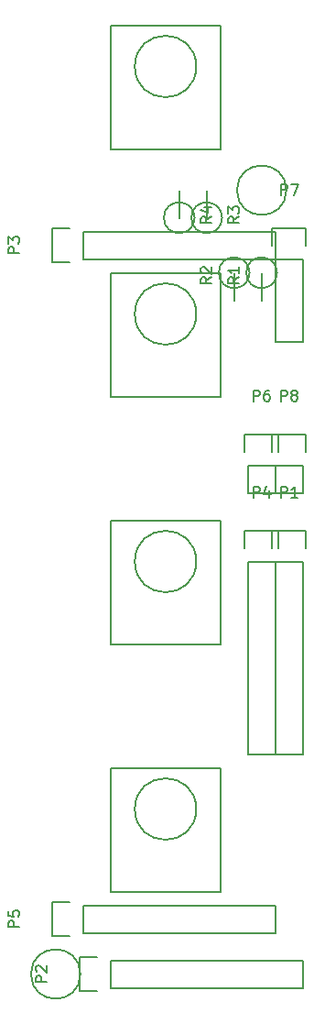
<source format=gbr>
G04 #@! TF.FileFunction,Legend,Top*
%FSLAX46Y46*%
G04 Gerber Fmt 4.6, Leading zero omitted, Abs format (unit mm)*
G04 Created by KiCad (PCBNEW 4.0.2+dfsg1-2~bpo8+1-stable) date Mon 04 Sep 2017 01:59:48 PM EEST*
%MOMM*%
G01*
G04 APERTURE LIST*
%ADD10C,0.050000*%
%ADD11C,0.150000*%
G04 APERTURE END LIST*
D10*
D11*
X148590000Y-100330000D02*
X148590000Y-118110000D01*
X148590000Y-118110000D02*
X146050000Y-118110000D01*
X146050000Y-118110000D02*
X146050000Y-100330000D01*
X148870000Y-97510000D02*
X148870000Y-99060000D01*
X148590000Y-100330000D02*
X146050000Y-100330000D01*
X145770000Y-99060000D02*
X145770000Y-97510000D01*
X145770000Y-97510000D02*
X148870000Y-97510000D01*
X130810000Y-137160000D02*
X148590000Y-137160000D01*
X148590000Y-137160000D02*
X148590000Y-139700000D01*
X148590000Y-139700000D02*
X130810000Y-139700000D01*
X127990000Y-136880000D02*
X129540000Y-136880000D01*
X130810000Y-137160000D02*
X130810000Y-139700000D01*
X129540000Y-139980000D02*
X127990000Y-139980000D01*
X127990000Y-139980000D02*
X127990000Y-136880000D01*
X128270000Y-69850000D02*
X146050000Y-69850000D01*
X146050000Y-69850000D02*
X146050000Y-72390000D01*
X146050000Y-72390000D02*
X128270000Y-72390000D01*
X125450000Y-69570000D02*
X127000000Y-69570000D01*
X128270000Y-69850000D02*
X128270000Y-72390000D01*
X127000000Y-72670000D02*
X125450000Y-72670000D01*
X125450000Y-72670000D02*
X125450000Y-69570000D01*
X146050000Y-100330000D02*
X146050000Y-118110000D01*
X146050000Y-118110000D02*
X143510000Y-118110000D01*
X143510000Y-118110000D02*
X143510000Y-100330000D01*
X146330000Y-97510000D02*
X146330000Y-99060000D01*
X146050000Y-100330000D02*
X143510000Y-100330000D01*
X143230000Y-99060000D02*
X143230000Y-97510000D01*
X143230000Y-97510000D02*
X146330000Y-97510000D01*
X128270000Y-132080000D02*
X146050000Y-132080000D01*
X146050000Y-132080000D02*
X146050000Y-134620000D01*
X146050000Y-134620000D02*
X128270000Y-134620000D01*
X125450000Y-131800000D02*
X127000000Y-131800000D01*
X128270000Y-132080000D02*
X128270000Y-134620000D01*
X127000000Y-134900000D02*
X125450000Y-134900000D01*
X125450000Y-134900000D02*
X125450000Y-131800000D01*
X146050000Y-91440000D02*
X146050000Y-93980000D01*
X146330000Y-88620000D02*
X146330000Y-90170000D01*
X146050000Y-91440000D02*
X143510000Y-91440000D01*
X143230000Y-90170000D02*
X143230000Y-88620000D01*
X143230000Y-88620000D02*
X146330000Y-88620000D01*
X143510000Y-91440000D02*
X143510000Y-93980000D01*
X143510000Y-93980000D02*
X146050000Y-93980000D01*
X146050000Y-72390000D02*
X146050000Y-80010000D01*
X148590000Y-72390000D02*
X148590000Y-80010000D01*
X148870000Y-69570000D02*
X148870000Y-71120000D01*
X146050000Y-80010000D02*
X148590000Y-80010000D01*
X148590000Y-72390000D02*
X146050000Y-72390000D01*
X145770000Y-71120000D02*
X145770000Y-69570000D01*
X145770000Y-69570000D02*
X148870000Y-69570000D01*
X148590000Y-91440000D02*
X148590000Y-93980000D01*
X148870000Y-88620000D02*
X148870000Y-90170000D01*
X148590000Y-91440000D02*
X146050000Y-91440000D01*
X145770000Y-90170000D02*
X145770000Y-88620000D01*
X145770000Y-88620000D02*
X148870000Y-88620000D01*
X146050000Y-91440000D02*
X146050000Y-93980000D01*
X146050000Y-93980000D02*
X148590000Y-93980000D01*
X138729806Y-54610000D02*
G75*
G03X138729806Y-54610000I-2839806J0D01*
G01*
X140970000Y-50800000D02*
X140970000Y-62230000D01*
X140970000Y-62230000D02*
X130810000Y-62230000D01*
X130810000Y-62230000D02*
X130810000Y-50800000D01*
X130810000Y-50800000D02*
X140970000Y-50800000D01*
X138729806Y-77470000D02*
G75*
G03X138729806Y-77470000I-2839806J0D01*
G01*
X140970000Y-73660000D02*
X140970000Y-85090000D01*
X140970000Y-85090000D02*
X130810000Y-85090000D01*
X130810000Y-85090000D02*
X130810000Y-73660000D01*
X130810000Y-73660000D02*
X140970000Y-73660000D01*
X138729806Y-100330000D02*
G75*
G03X138729806Y-100330000I-2839806J0D01*
G01*
X140970000Y-96520000D02*
X140970000Y-107950000D01*
X140970000Y-107950000D02*
X130810000Y-107950000D01*
X130810000Y-107950000D02*
X130810000Y-96520000D01*
X130810000Y-96520000D02*
X140970000Y-96520000D01*
X138729806Y-123190000D02*
G75*
G03X138729806Y-123190000I-2839806J0D01*
G01*
X140970000Y-119380000D02*
X140970000Y-130810000D01*
X140970000Y-130810000D02*
X130810000Y-130810000D01*
X130810000Y-130810000D02*
X130810000Y-119380000D01*
X130810000Y-119380000D02*
X140970000Y-119380000D01*
X147066000Y-66040000D02*
G75*
G03X147066000Y-66040000I-2286000J0D01*
G01*
X128016000Y-138430000D02*
G75*
G03X128016000Y-138430000I-2286000J0D01*
G01*
X144780000Y-73660000D02*
X144780000Y-76200000D01*
X146199903Y-73660000D02*
G75*
G03X146199903Y-73660000I-1419903J0D01*
G01*
X142240000Y-73660000D02*
X142240000Y-76200000D01*
X143659903Y-73660000D02*
G75*
G03X143659903Y-73660000I-1419903J0D01*
G01*
X139700000Y-68580000D02*
X139700000Y-66040000D01*
X141119903Y-68580000D02*
G75*
G03X141119903Y-68580000I-1419903J0D01*
G01*
X137160000Y-68580000D02*
X137160000Y-66040000D01*
X138579903Y-68580000D02*
G75*
G03X138579903Y-68580000I-1419903J0D01*
G01*
X146581905Y-94412381D02*
X146581905Y-93412381D01*
X146962858Y-93412381D01*
X147058096Y-93460000D01*
X147105715Y-93507619D01*
X147153334Y-93602857D01*
X147153334Y-93745714D01*
X147105715Y-93840952D01*
X147058096Y-93888571D01*
X146962858Y-93936190D01*
X146581905Y-93936190D01*
X148105715Y-94412381D02*
X147534286Y-94412381D01*
X147820000Y-94412381D02*
X147820000Y-93412381D01*
X147724762Y-93555238D01*
X147629524Y-93650476D01*
X147534286Y-93698095D01*
X124892381Y-139168095D02*
X123892381Y-139168095D01*
X123892381Y-138787142D01*
X123940000Y-138691904D01*
X123987619Y-138644285D01*
X124082857Y-138596666D01*
X124225714Y-138596666D01*
X124320952Y-138644285D01*
X124368571Y-138691904D01*
X124416190Y-138787142D01*
X124416190Y-139168095D01*
X123987619Y-138215714D02*
X123940000Y-138168095D01*
X123892381Y-138072857D01*
X123892381Y-137834761D01*
X123940000Y-137739523D01*
X123987619Y-137691904D01*
X124082857Y-137644285D01*
X124178095Y-137644285D01*
X124320952Y-137691904D01*
X124892381Y-138263333D01*
X124892381Y-137644285D01*
X122352381Y-71858095D02*
X121352381Y-71858095D01*
X121352381Y-71477142D01*
X121400000Y-71381904D01*
X121447619Y-71334285D01*
X121542857Y-71286666D01*
X121685714Y-71286666D01*
X121780952Y-71334285D01*
X121828571Y-71381904D01*
X121876190Y-71477142D01*
X121876190Y-71858095D01*
X121352381Y-70953333D02*
X121352381Y-70334285D01*
X121733333Y-70667619D01*
X121733333Y-70524761D01*
X121780952Y-70429523D01*
X121828571Y-70381904D01*
X121923810Y-70334285D01*
X122161905Y-70334285D01*
X122257143Y-70381904D01*
X122304762Y-70429523D01*
X122352381Y-70524761D01*
X122352381Y-70810476D01*
X122304762Y-70905714D01*
X122257143Y-70953333D01*
X144041905Y-94412381D02*
X144041905Y-93412381D01*
X144422858Y-93412381D01*
X144518096Y-93460000D01*
X144565715Y-93507619D01*
X144613334Y-93602857D01*
X144613334Y-93745714D01*
X144565715Y-93840952D01*
X144518096Y-93888571D01*
X144422858Y-93936190D01*
X144041905Y-93936190D01*
X145470477Y-93745714D02*
X145470477Y-94412381D01*
X145232381Y-93364762D02*
X144994286Y-94079048D01*
X145613334Y-94079048D01*
X122352381Y-134088095D02*
X121352381Y-134088095D01*
X121352381Y-133707142D01*
X121400000Y-133611904D01*
X121447619Y-133564285D01*
X121542857Y-133516666D01*
X121685714Y-133516666D01*
X121780952Y-133564285D01*
X121828571Y-133611904D01*
X121876190Y-133707142D01*
X121876190Y-134088095D01*
X121352381Y-132611904D02*
X121352381Y-133088095D01*
X121828571Y-133135714D01*
X121780952Y-133088095D01*
X121733333Y-132992857D01*
X121733333Y-132754761D01*
X121780952Y-132659523D01*
X121828571Y-132611904D01*
X121923810Y-132564285D01*
X122161905Y-132564285D01*
X122257143Y-132611904D01*
X122304762Y-132659523D01*
X122352381Y-132754761D01*
X122352381Y-132992857D01*
X122304762Y-133088095D01*
X122257143Y-133135714D01*
X144041905Y-85522381D02*
X144041905Y-84522381D01*
X144422858Y-84522381D01*
X144518096Y-84570000D01*
X144565715Y-84617619D01*
X144613334Y-84712857D01*
X144613334Y-84855714D01*
X144565715Y-84950952D01*
X144518096Y-84998571D01*
X144422858Y-85046190D01*
X144041905Y-85046190D01*
X145470477Y-84522381D02*
X145280000Y-84522381D01*
X145184762Y-84570000D01*
X145137143Y-84617619D01*
X145041905Y-84760476D01*
X144994286Y-84950952D01*
X144994286Y-85331905D01*
X145041905Y-85427143D01*
X145089524Y-85474762D01*
X145184762Y-85522381D01*
X145375239Y-85522381D01*
X145470477Y-85474762D01*
X145518096Y-85427143D01*
X145565715Y-85331905D01*
X145565715Y-85093810D01*
X145518096Y-84998571D01*
X145470477Y-84950952D01*
X145375239Y-84903333D01*
X145184762Y-84903333D01*
X145089524Y-84950952D01*
X145041905Y-84998571D01*
X144994286Y-85093810D01*
X146581905Y-66472381D02*
X146581905Y-65472381D01*
X146962858Y-65472381D01*
X147058096Y-65520000D01*
X147105715Y-65567619D01*
X147153334Y-65662857D01*
X147153334Y-65805714D01*
X147105715Y-65900952D01*
X147058096Y-65948571D01*
X146962858Y-65996190D01*
X146581905Y-65996190D01*
X147486667Y-65472381D02*
X148153334Y-65472381D01*
X147724762Y-66472381D01*
X146581905Y-85522381D02*
X146581905Y-84522381D01*
X146962858Y-84522381D01*
X147058096Y-84570000D01*
X147105715Y-84617619D01*
X147153334Y-84712857D01*
X147153334Y-84855714D01*
X147105715Y-84950952D01*
X147058096Y-84998571D01*
X146962858Y-85046190D01*
X146581905Y-85046190D01*
X147724762Y-84950952D02*
X147629524Y-84903333D01*
X147581905Y-84855714D01*
X147534286Y-84760476D01*
X147534286Y-84712857D01*
X147581905Y-84617619D01*
X147629524Y-84570000D01*
X147724762Y-84522381D01*
X147915239Y-84522381D01*
X148010477Y-84570000D01*
X148058096Y-84617619D01*
X148105715Y-84712857D01*
X148105715Y-84760476D01*
X148058096Y-84855714D01*
X148010477Y-84903333D01*
X147915239Y-84950952D01*
X147724762Y-84950952D01*
X147629524Y-84998571D01*
X147581905Y-85046190D01*
X147534286Y-85141429D01*
X147534286Y-85331905D01*
X147581905Y-85427143D01*
X147629524Y-85474762D01*
X147724762Y-85522381D01*
X147915239Y-85522381D01*
X148010477Y-85474762D01*
X148058096Y-85427143D01*
X148105715Y-85331905D01*
X148105715Y-85141429D01*
X148058096Y-85046190D01*
X148010477Y-84998571D01*
X147915239Y-84950952D01*
X142692381Y-74080666D02*
X142216190Y-74414000D01*
X142692381Y-74652095D02*
X141692381Y-74652095D01*
X141692381Y-74271142D01*
X141740000Y-74175904D01*
X141787619Y-74128285D01*
X141882857Y-74080666D01*
X142025714Y-74080666D01*
X142120952Y-74128285D01*
X142168571Y-74175904D01*
X142216190Y-74271142D01*
X142216190Y-74652095D01*
X142692381Y-73128285D02*
X142692381Y-73699714D01*
X142692381Y-73414000D02*
X141692381Y-73414000D01*
X141835238Y-73509238D01*
X141930476Y-73604476D01*
X141978095Y-73699714D01*
X140152381Y-74080666D02*
X139676190Y-74414000D01*
X140152381Y-74652095D02*
X139152381Y-74652095D01*
X139152381Y-74271142D01*
X139200000Y-74175904D01*
X139247619Y-74128285D01*
X139342857Y-74080666D01*
X139485714Y-74080666D01*
X139580952Y-74128285D01*
X139628571Y-74175904D01*
X139676190Y-74271142D01*
X139676190Y-74652095D01*
X139247619Y-73699714D02*
X139200000Y-73652095D01*
X139152381Y-73556857D01*
X139152381Y-73318761D01*
X139200000Y-73223523D01*
X139247619Y-73175904D01*
X139342857Y-73128285D01*
X139438095Y-73128285D01*
X139580952Y-73175904D01*
X140152381Y-73747333D01*
X140152381Y-73128285D01*
X142692381Y-68492666D02*
X142216190Y-68826000D01*
X142692381Y-69064095D02*
X141692381Y-69064095D01*
X141692381Y-68683142D01*
X141740000Y-68587904D01*
X141787619Y-68540285D01*
X141882857Y-68492666D01*
X142025714Y-68492666D01*
X142120952Y-68540285D01*
X142168571Y-68587904D01*
X142216190Y-68683142D01*
X142216190Y-69064095D01*
X141692381Y-68159333D02*
X141692381Y-67540285D01*
X142073333Y-67873619D01*
X142073333Y-67730761D01*
X142120952Y-67635523D01*
X142168571Y-67587904D01*
X142263810Y-67540285D01*
X142501905Y-67540285D01*
X142597143Y-67587904D01*
X142644762Y-67635523D01*
X142692381Y-67730761D01*
X142692381Y-68016476D01*
X142644762Y-68111714D01*
X142597143Y-68159333D01*
X140152381Y-68492666D02*
X139676190Y-68826000D01*
X140152381Y-69064095D02*
X139152381Y-69064095D01*
X139152381Y-68683142D01*
X139200000Y-68587904D01*
X139247619Y-68540285D01*
X139342857Y-68492666D01*
X139485714Y-68492666D01*
X139580952Y-68540285D01*
X139628571Y-68587904D01*
X139676190Y-68683142D01*
X139676190Y-69064095D01*
X139485714Y-67635523D02*
X140152381Y-67635523D01*
X139104762Y-67873619D02*
X139819048Y-68111714D01*
X139819048Y-67492666D01*
M02*

</source>
